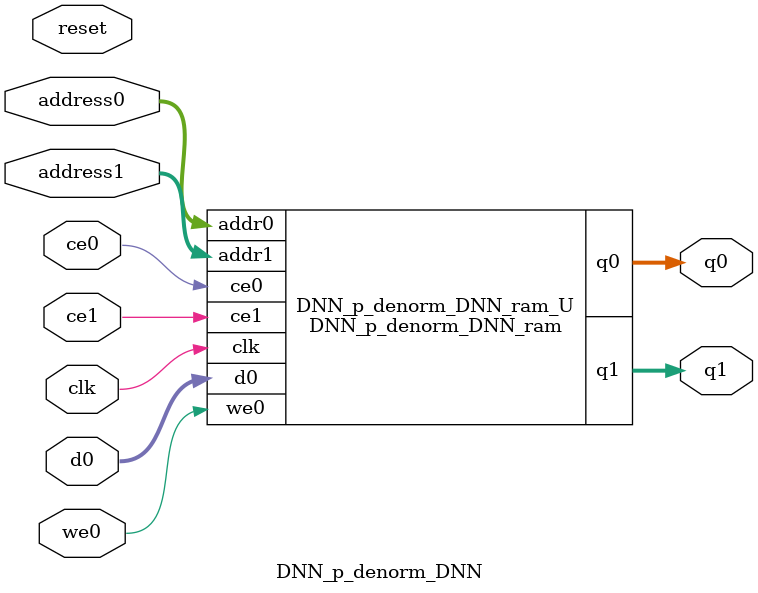
<source format=v>
`timescale 1 ns / 1 ps
module DNN_p_denorm_DNN_ram (addr0, ce0, d0, we0, q0, addr1, ce1, q1,  clk);

parameter DWIDTH = 32;
parameter AWIDTH = 7;
parameter MEM_SIZE = 104;

input[AWIDTH-1:0] addr0;
input ce0;
input[DWIDTH-1:0] d0;
input we0;
output reg[DWIDTH-1:0] q0;
input[AWIDTH-1:0] addr1;
input ce1;
output reg[DWIDTH-1:0] q1;
input clk;

(* ram_style = "block" *)reg [DWIDTH-1:0] ram[0:MEM_SIZE-1];




always @(posedge clk)  
begin 
    if (ce0) 
    begin
        if (we0) 
        begin 
            ram[addr0] <= d0; 
        end 
        q0 <= ram[addr0];
    end
end


always @(posedge clk)  
begin 
    if (ce1) 
    begin
        q1 <= ram[addr1];
    end
end


endmodule

`timescale 1 ns / 1 ps
module DNN_p_denorm_DNN(
    reset,
    clk,
    address0,
    ce0,
    we0,
    d0,
    q0,
    address1,
    ce1,
    q1);

parameter DataWidth = 32'd32;
parameter AddressRange = 32'd104;
parameter AddressWidth = 32'd7;
input reset;
input clk;
input[AddressWidth - 1:0] address0;
input ce0;
input we0;
input[DataWidth - 1:0] d0;
output[DataWidth - 1:0] q0;
input[AddressWidth - 1:0] address1;
input ce1;
output[DataWidth - 1:0] q1;



DNN_p_denorm_DNN_ram DNN_p_denorm_DNN_ram_U(
    .clk( clk ),
    .addr0( address0 ),
    .ce0( ce0 ),
    .we0( we0 ),
    .d0( d0 ),
    .q0( q0 ),
    .addr1( address1 ),
    .ce1( ce1 ),
    .q1( q1 ));

endmodule


</source>
